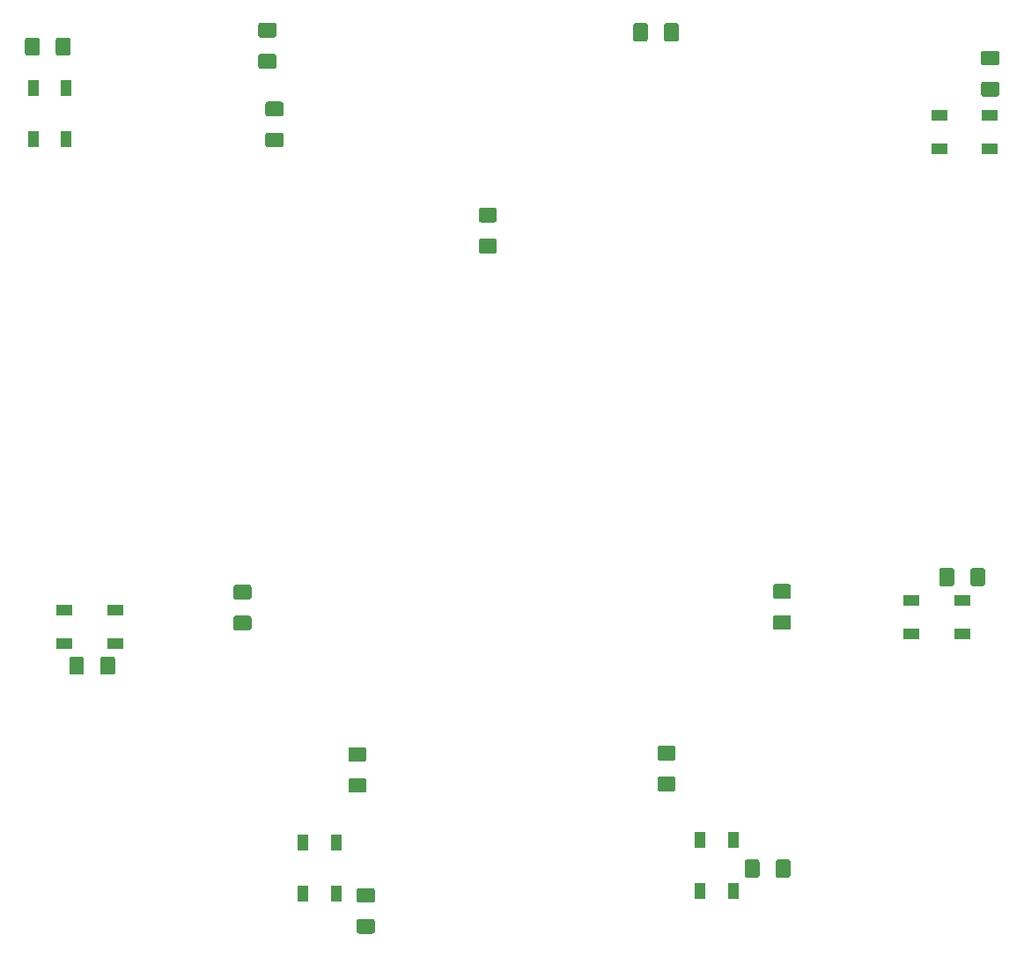
<source format=gbr>
G04 #@! TF.GenerationSoftware,KiCad,Pcbnew,(5.0.0-3-g5ebb6b6)*
G04 #@! TF.CreationDate,2020-04-03T00:44:59-07:00*
G04 #@! TF.ProjectId,mouse_v2,6D6F7573655F76322E6B696361645F70,rev?*
G04 #@! TF.SameCoordinates,Original*
G04 #@! TF.FileFunction,Paste,Bot*
G04 #@! TF.FilePolarity,Positive*
%FSLAX46Y46*%
G04 Gerber Fmt 4.6, Leading zero omitted, Abs format (unit mm)*
G04 Created by KiCad (PCBNEW (5.0.0-3-g5ebb6b6)) date Friday, April 03, 2020 at 12:44:59 AM*
%MOMM*%
%LPD*%
G01*
G04 APERTURE LIST*
%ADD10R,1.500000X1.000000*%
%ADD11R,1.000000X1.500000*%
%ADD12C,0.100000*%
%ADD13C,1.425000*%
G04 APERTURE END LIST*
D10*
G04 #@! TO.C,D6*
X198494480Y-117139520D03*
X198494480Y-113939520D03*
X203394480Y-117139520D03*
X203394480Y-113939520D03*
G04 #@! TD*
G04 #@! TO.C,D7*
X206066560Y-67289880D03*
X206066560Y-70489880D03*
X201166560Y-67289880D03*
X201166560Y-70489880D03*
G04 #@! TD*
D11*
G04 #@! TO.C,D10*
X117243660Y-69597440D03*
X114043660Y-69597440D03*
X117243660Y-64697440D03*
X114043660Y-64697440D03*
G04 #@! TD*
D10*
G04 #@! TO.C,D11*
X117044300Y-118053920D03*
X117044300Y-114853920D03*
X121944300Y-118053920D03*
X121944300Y-114853920D03*
G04 #@! TD*
D12*
G04 #@! TO.C,C1*
G36*
X205372624Y-110817624D02*
X205396893Y-110821224D01*
X205420691Y-110827185D01*
X205443791Y-110835450D01*
X205465969Y-110845940D01*
X205487013Y-110858553D01*
X205506718Y-110873167D01*
X205524897Y-110889643D01*
X205541373Y-110907822D01*
X205555987Y-110927527D01*
X205568600Y-110948571D01*
X205579090Y-110970749D01*
X205587355Y-110993849D01*
X205593316Y-111017647D01*
X205596916Y-111041916D01*
X205598120Y-111066420D01*
X205598120Y-112316420D01*
X205596916Y-112340924D01*
X205593316Y-112365193D01*
X205587355Y-112388991D01*
X205579090Y-112412091D01*
X205568600Y-112434269D01*
X205555987Y-112455313D01*
X205541373Y-112475018D01*
X205524897Y-112493197D01*
X205506718Y-112509673D01*
X205487013Y-112524287D01*
X205465969Y-112536900D01*
X205443791Y-112547390D01*
X205420691Y-112555655D01*
X205396893Y-112561616D01*
X205372624Y-112565216D01*
X205348120Y-112566420D01*
X204423120Y-112566420D01*
X204398616Y-112565216D01*
X204374347Y-112561616D01*
X204350549Y-112555655D01*
X204327449Y-112547390D01*
X204305271Y-112536900D01*
X204284227Y-112524287D01*
X204264522Y-112509673D01*
X204246343Y-112493197D01*
X204229867Y-112475018D01*
X204215253Y-112455313D01*
X204202640Y-112434269D01*
X204192150Y-112412091D01*
X204183885Y-112388991D01*
X204177924Y-112365193D01*
X204174324Y-112340924D01*
X204173120Y-112316420D01*
X204173120Y-111066420D01*
X204174324Y-111041916D01*
X204177924Y-111017647D01*
X204183885Y-110993849D01*
X204192150Y-110970749D01*
X204202640Y-110948571D01*
X204215253Y-110927527D01*
X204229867Y-110907822D01*
X204246343Y-110889643D01*
X204264522Y-110873167D01*
X204284227Y-110858553D01*
X204305271Y-110845940D01*
X204327449Y-110835450D01*
X204350549Y-110827185D01*
X204374347Y-110821224D01*
X204398616Y-110817624D01*
X204423120Y-110816420D01*
X205348120Y-110816420D01*
X205372624Y-110817624D01*
X205372624Y-110817624D01*
G37*
D13*
X204885620Y-111691420D03*
D12*
G36*
X202397624Y-110817624D02*
X202421893Y-110821224D01*
X202445691Y-110827185D01*
X202468791Y-110835450D01*
X202490969Y-110845940D01*
X202512013Y-110858553D01*
X202531718Y-110873167D01*
X202549897Y-110889643D01*
X202566373Y-110907822D01*
X202580987Y-110927527D01*
X202593600Y-110948571D01*
X202604090Y-110970749D01*
X202612355Y-110993849D01*
X202618316Y-111017647D01*
X202621916Y-111041916D01*
X202623120Y-111066420D01*
X202623120Y-112316420D01*
X202621916Y-112340924D01*
X202618316Y-112365193D01*
X202612355Y-112388991D01*
X202604090Y-112412091D01*
X202593600Y-112434269D01*
X202580987Y-112455313D01*
X202566373Y-112475018D01*
X202549897Y-112493197D01*
X202531718Y-112509673D01*
X202512013Y-112524287D01*
X202490969Y-112536900D01*
X202468791Y-112547390D01*
X202445691Y-112555655D01*
X202421893Y-112561616D01*
X202397624Y-112565216D01*
X202373120Y-112566420D01*
X201448120Y-112566420D01*
X201423616Y-112565216D01*
X201399347Y-112561616D01*
X201375549Y-112555655D01*
X201352449Y-112547390D01*
X201330271Y-112536900D01*
X201309227Y-112524287D01*
X201289522Y-112509673D01*
X201271343Y-112493197D01*
X201254867Y-112475018D01*
X201240253Y-112455313D01*
X201227640Y-112434269D01*
X201217150Y-112412091D01*
X201208885Y-112388991D01*
X201202924Y-112365193D01*
X201199324Y-112340924D01*
X201198120Y-112316420D01*
X201198120Y-111066420D01*
X201199324Y-111041916D01*
X201202924Y-111017647D01*
X201208885Y-110993849D01*
X201217150Y-110970749D01*
X201227640Y-110948571D01*
X201240253Y-110927527D01*
X201254867Y-110907822D01*
X201271343Y-110889643D01*
X201289522Y-110873167D01*
X201309227Y-110858553D01*
X201330271Y-110845940D01*
X201352449Y-110835450D01*
X201375549Y-110827185D01*
X201399347Y-110821224D01*
X201423616Y-110817624D01*
X201448120Y-110816420D01*
X202373120Y-110816420D01*
X202397624Y-110817624D01*
X202397624Y-110817624D01*
G37*
D13*
X201910620Y-111691420D03*
G04 #@! TD*
D12*
G04 #@! TO.C,C2*
G36*
X137911104Y-65974804D02*
X137935373Y-65978404D01*
X137959171Y-65984365D01*
X137982271Y-65992630D01*
X138004449Y-66003120D01*
X138025493Y-66015733D01*
X138045198Y-66030347D01*
X138063377Y-66046823D01*
X138079853Y-66065002D01*
X138094467Y-66084707D01*
X138107080Y-66105751D01*
X138117570Y-66127929D01*
X138125835Y-66151029D01*
X138131796Y-66174827D01*
X138135396Y-66199096D01*
X138136600Y-66223600D01*
X138136600Y-67148600D01*
X138135396Y-67173104D01*
X138131796Y-67197373D01*
X138125835Y-67221171D01*
X138117570Y-67244271D01*
X138107080Y-67266449D01*
X138094467Y-67287493D01*
X138079853Y-67307198D01*
X138063377Y-67325377D01*
X138045198Y-67341853D01*
X138025493Y-67356467D01*
X138004449Y-67369080D01*
X137982271Y-67379570D01*
X137959171Y-67387835D01*
X137935373Y-67393796D01*
X137911104Y-67397396D01*
X137886600Y-67398600D01*
X136636600Y-67398600D01*
X136612096Y-67397396D01*
X136587827Y-67393796D01*
X136564029Y-67387835D01*
X136540929Y-67379570D01*
X136518751Y-67369080D01*
X136497707Y-67356467D01*
X136478002Y-67341853D01*
X136459823Y-67325377D01*
X136443347Y-67307198D01*
X136428733Y-67287493D01*
X136416120Y-67266449D01*
X136405630Y-67244271D01*
X136397365Y-67221171D01*
X136391404Y-67197373D01*
X136387804Y-67173104D01*
X136386600Y-67148600D01*
X136386600Y-66223600D01*
X136387804Y-66199096D01*
X136391404Y-66174827D01*
X136397365Y-66151029D01*
X136405630Y-66127929D01*
X136416120Y-66105751D01*
X136428733Y-66084707D01*
X136443347Y-66065002D01*
X136459823Y-66046823D01*
X136478002Y-66030347D01*
X136497707Y-66015733D01*
X136518751Y-66003120D01*
X136540929Y-65992630D01*
X136564029Y-65984365D01*
X136587827Y-65978404D01*
X136612096Y-65974804D01*
X136636600Y-65973600D01*
X137886600Y-65973600D01*
X137911104Y-65974804D01*
X137911104Y-65974804D01*
G37*
D13*
X137261600Y-66686100D03*
D12*
G36*
X137911104Y-68949804D02*
X137935373Y-68953404D01*
X137959171Y-68959365D01*
X137982271Y-68967630D01*
X138004449Y-68978120D01*
X138025493Y-68990733D01*
X138045198Y-69005347D01*
X138063377Y-69021823D01*
X138079853Y-69040002D01*
X138094467Y-69059707D01*
X138107080Y-69080751D01*
X138117570Y-69102929D01*
X138125835Y-69126029D01*
X138131796Y-69149827D01*
X138135396Y-69174096D01*
X138136600Y-69198600D01*
X138136600Y-70123600D01*
X138135396Y-70148104D01*
X138131796Y-70172373D01*
X138125835Y-70196171D01*
X138117570Y-70219271D01*
X138107080Y-70241449D01*
X138094467Y-70262493D01*
X138079853Y-70282198D01*
X138063377Y-70300377D01*
X138045198Y-70316853D01*
X138025493Y-70331467D01*
X138004449Y-70344080D01*
X137982271Y-70354570D01*
X137959171Y-70362835D01*
X137935373Y-70368796D01*
X137911104Y-70372396D01*
X137886600Y-70373600D01*
X136636600Y-70373600D01*
X136612096Y-70372396D01*
X136587827Y-70368796D01*
X136564029Y-70362835D01*
X136540929Y-70354570D01*
X136518751Y-70344080D01*
X136497707Y-70331467D01*
X136478002Y-70316853D01*
X136459823Y-70300377D01*
X136443347Y-70282198D01*
X136428733Y-70262493D01*
X136416120Y-70241449D01*
X136405630Y-70219271D01*
X136397365Y-70196171D01*
X136391404Y-70172373D01*
X136387804Y-70148104D01*
X136386600Y-70123600D01*
X136386600Y-69198600D01*
X136387804Y-69174096D01*
X136391404Y-69149827D01*
X136397365Y-69126029D01*
X136405630Y-69102929D01*
X136416120Y-69080751D01*
X136428733Y-69059707D01*
X136443347Y-69040002D01*
X136459823Y-69021823D01*
X136478002Y-69005347D01*
X136497707Y-68990733D01*
X136518751Y-68978120D01*
X136540929Y-68967630D01*
X136564029Y-68959365D01*
X136587827Y-68953404D01*
X136612096Y-68949804D01*
X136636600Y-68948600D01*
X137886600Y-68948600D01*
X137911104Y-68949804D01*
X137911104Y-68949804D01*
G37*
D13*
X137261600Y-69661100D03*
G04 #@! TD*
D12*
G04 #@! TO.C,C3*
G36*
X158431764Y-79133604D02*
X158456033Y-79137204D01*
X158479831Y-79143165D01*
X158502931Y-79151430D01*
X158525109Y-79161920D01*
X158546153Y-79174533D01*
X158565858Y-79189147D01*
X158584037Y-79205623D01*
X158600513Y-79223802D01*
X158615127Y-79243507D01*
X158627740Y-79264551D01*
X158638230Y-79286729D01*
X158646495Y-79309829D01*
X158652456Y-79333627D01*
X158656056Y-79357896D01*
X158657260Y-79382400D01*
X158657260Y-80307400D01*
X158656056Y-80331904D01*
X158652456Y-80356173D01*
X158646495Y-80379971D01*
X158638230Y-80403071D01*
X158627740Y-80425249D01*
X158615127Y-80446293D01*
X158600513Y-80465998D01*
X158584037Y-80484177D01*
X158565858Y-80500653D01*
X158546153Y-80515267D01*
X158525109Y-80527880D01*
X158502931Y-80538370D01*
X158479831Y-80546635D01*
X158456033Y-80552596D01*
X158431764Y-80556196D01*
X158407260Y-80557400D01*
X157157260Y-80557400D01*
X157132756Y-80556196D01*
X157108487Y-80552596D01*
X157084689Y-80546635D01*
X157061589Y-80538370D01*
X157039411Y-80527880D01*
X157018367Y-80515267D01*
X156998662Y-80500653D01*
X156980483Y-80484177D01*
X156964007Y-80465998D01*
X156949393Y-80446293D01*
X156936780Y-80425249D01*
X156926290Y-80403071D01*
X156918025Y-80379971D01*
X156912064Y-80356173D01*
X156908464Y-80331904D01*
X156907260Y-80307400D01*
X156907260Y-79382400D01*
X156908464Y-79357896D01*
X156912064Y-79333627D01*
X156918025Y-79309829D01*
X156926290Y-79286729D01*
X156936780Y-79264551D01*
X156949393Y-79243507D01*
X156964007Y-79223802D01*
X156980483Y-79205623D01*
X156998662Y-79189147D01*
X157018367Y-79174533D01*
X157039411Y-79161920D01*
X157061589Y-79151430D01*
X157084689Y-79143165D01*
X157108487Y-79137204D01*
X157132756Y-79133604D01*
X157157260Y-79132400D01*
X158407260Y-79132400D01*
X158431764Y-79133604D01*
X158431764Y-79133604D01*
G37*
D13*
X157782260Y-79844900D03*
D12*
G36*
X158431764Y-76158604D02*
X158456033Y-76162204D01*
X158479831Y-76168165D01*
X158502931Y-76176430D01*
X158525109Y-76186920D01*
X158546153Y-76199533D01*
X158565858Y-76214147D01*
X158584037Y-76230623D01*
X158600513Y-76248802D01*
X158615127Y-76268507D01*
X158627740Y-76289551D01*
X158638230Y-76311729D01*
X158646495Y-76334829D01*
X158652456Y-76358627D01*
X158656056Y-76382896D01*
X158657260Y-76407400D01*
X158657260Y-77332400D01*
X158656056Y-77356904D01*
X158652456Y-77381173D01*
X158646495Y-77404971D01*
X158638230Y-77428071D01*
X158627740Y-77450249D01*
X158615127Y-77471293D01*
X158600513Y-77490998D01*
X158584037Y-77509177D01*
X158565858Y-77525653D01*
X158546153Y-77540267D01*
X158525109Y-77552880D01*
X158502931Y-77563370D01*
X158479831Y-77571635D01*
X158456033Y-77577596D01*
X158431764Y-77581196D01*
X158407260Y-77582400D01*
X157157260Y-77582400D01*
X157132756Y-77581196D01*
X157108487Y-77577596D01*
X157084689Y-77571635D01*
X157061589Y-77563370D01*
X157039411Y-77552880D01*
X157018367Y-77540267D01*
X156998662Y-77525653D01*
X156980483Y-77509177D01*
X156964007Y-77490998D01*
X156949393Y-77471293D01*
X156936780Y-77450249D01*
X156926290Y-77428071D01*
X156918025Y-77404971D01*
X156912064Y-77381173D01*
X156908464Y-77356904D01*
X156907260Y-77332400D01*
X156907260Y-76407400D01*
X156908464Y-76382896D01*
X156912064Y-76358627D01*
X156918025Y-76334829D01*
X156926290Y-76311729D01*
X156936780Y-76289551D01*
X156949393Y-76268507D01*
X156964007Y-76248802D01*
X156980483Y-76230623D01*
X156998662Y-76214147D01*
X157018367Y-76199533D01*
X157039411Y-76186920D01*
X157061589Y-76176430D01*
X157084689Y-76168165D01*
X157108487Y-76162204D01*
X157132756Y-76158604D01*
X157157260Y-76157400D01*
X158407260Y-76157400D01*
X158431764Y-76158604D01*
X158431764Y-76158604D01*
G37*
D13*
X157782260Y-76869900D03*
G04 #@! TD*
D12*
G04 #@! TO.C,C4*
G36*
X206732404Y-61077684D02*
X206756673Y-61081284D01*
X206780471Y-61087245D01*
X206803571Y-61095510D01*
X206825749Y-61106000D01*
X206846793Y-61118613D01*
X206866498Y-61133227D01*
X206884677Y-61149703D01*
X206901153Y-61167882D01*
X206915767Y-61187587D01*
X206928380Y-61208631D01*
X206938870Y-61230809D01*
X206947135Y-61253909D01*
X206953096Y-61277707D01*
X206956696Y-61301976D01*
X206957900Y-61326480D01*
X206957900Y-62251480D01*
X206956696Y-62275984D01*
X206953096Y-62300253D01*
X206947135Y-62324051D01*
X206938870Y-62347151D01*
X206928380Y-62369329D01*
X206915767Y-62390373D01*
X206901153Y-62410078D01*
X206884677Y-62428257D01*
X206866498Y-62444733D01*
X206846793Y-62459347D01*
X206825749Y-62471960D01*
X206803571Y-62482450D01*
X206780471Y-62490715D01*
X206756673Y-62496676D01*
X206732404Y-62500276D01*
X206707900Y-62501480D01*
X205457900Y-62501480D01*
X205433396Y-62500276D01*
X205409127Y-62496676D01*
X205385329Y-62490715D01*
X205362229Y-62482450D01*
X205340051Y-62471960D01*
X205319007Y-62459347D01*
X205299302Y-62444733D01*
X205281123Y-62428257D01*
X205264647Y-62410078D01*
X205250033Y-62390373D01*
X205237420Y-62369329D01*
X205226930Y-62347151D01*
X205218665Y-62324051D01*
X205212704Y-62300253D01*
X205209104Y-62275984D01*
X205207900Y-62251480D01*
X205207900Y-61326480D01*
X205209104Y-61301976D01*
X205212704Y-61277707D01*
X205218665Y-61253909D01*
X205226930Y-61230809D01*
X205237420Y-61208631D01*
X205250033Y-61187587D01*
X205264647Y-61167882D01*
X205281123Y-61149703D01*
X205299302Y-61133227D01*
X205319007Y-61118613D01*
X205340051Y-61106000D01*
X205362229Y-61095510D01*
X205385329Y-61087245D01*
X205409127Y-61081284D01*
X205433396Y-61077684D01*
X205457900Y-61076480D01*
X206707900Y-61076480D01*
X206732404Y-61077684D01*
X206732404Y-61077684D01*
G37*
D13*
X206082900Y-61788980D03*
D12*
G36*
X206732404Y-64052684D02*
X206756673Y-64056284D01*
X206780471Y-64062245D01*
X206803571Y-64070510D01*
X206825749Y-64081000D01*
X206846793Y-64093613D01*
X206866498Y-64108227D01*
X206884677Y-64124703D01*
X206901153Y-64142882D01*
X206915767Y-64162587D01*
X206928380Y-64183631D01*
X206938870Y-64205809D01*
X206947135Y-64228909D01*
X206953096Y-64252707D01*
X206956696Y-64276976D01*
X206957900Y-64301480D01*
X206957900Y-65226480D01*
X206956696Y-65250984D01*
X206953096Y-65275253D01*
X206947135Y-65299051D01*
X206938870Y-65322151D01*
X206928380Y-65344329D01*
X206915767Y-65365373D01*
X206901153Y-65385078D01*
X206884677Y-65403257D01*
X206866498Y-65419733D01*
X206846793Y-65434347D01*
X206825749Y-65446960D01*
X206803571Y-65457450D01*
X206780471Y-65465715D01*
X206756673Y-65471676D01*
X206732404Y-65475276D01*
X206707900Y-65476480D01*
X205457900Y-65476480D01*
X205433396Y-65475276D01*
X205409127Y-65471676D01*
X205385329Y-65465715D01*
X205362229Y-65457450D01*
X205340051Y-65446960D01*
X205319007Y-65434347D01*
X205299302Y-65419733D01*
X205281123Y-65403257D01*
X205264647Y-65385078D01*
X205250033Y-65365373D01*
X205237420Y-65344329D01*
X205226930Y-65322151D01*
X205218665Y-65299051D01*
X205212704Y-65275253D01*
X205209104Y-65250984D01*
X205207900Y-65226480D01*
X205207900Y-64301480D01*
X205209104Y-64276976D01*
X205212704Y-64252707D01*
X205218665Y-64228909D01*
X205226930Y-64205809D01*
X205237420Y-64183631D01*
X205250033Y-64162587D01*
X205264647Y-64142882D01*
X205281123Y-64124703D01*
X205299302Y-64108227D01*
X205319007Y-64093613D01*
X205340051Y-64081000D01*
X205362229Y-64070510D01*
X205385329Y-64062245D01*
X205409127Y-64056284D01*
X205433396Y-64052684D01*
X205457900Y-64051480D01*
X206707900Y-64051480D01*
X206732404Y-64052684D01*
X206732404Y-64052684D01*
G37*
D13*
X206082900Y-64763980D03*
G04 #@! TD*
D12*
G04 #@! TO.C,C7*
G36*
X114462824Y-59801724D02*
X114487093Y-59805324D01*
X114510891Y-59811285D01*
X114533991Y-59819550D01*
X114556169Y-59830040D01*
X114577213Y-59842653D01*
X114596918Y-59857267D01*
X114615097Y-59873743D01*
X114631573Y-59891922D01*
X114646187Y-59911627D01*
X114658800Y-59932671D01*
X114669290Y-59954849D01*
X114677555Y-59977949D01*
X114683516Y-60001747D01*
X114687116Y-60026016D01*
X114688320Y-60050520D01*
X114688320Y-61300520D01*
X114687116Y-61325024D01*
X114683516Y-61349293D01*
X114677555Y-61373091D01*
X114669290Y-61396191D01*
X114658800Y-61418369D01*
X114646187Y-61439413D01*
X114631573Y-61459118D01*
X114615097Y-61477297D01*
X114596918Y-61493773D01*
X114577213Y-61508387D01*
X114556169Y-61521000D01*
X114533991Y-61531490D01*
X114510891Y-61539755D01*
X114487093Y-61545716D01*
X114462824Y-61549316D01*
X114438320Y-61550520D01*
X113513320Y-61550520D01*
X113488816Y-61549316D01*
X113464547Y-61545716D01*
X113440749Y-61539755D01*
X113417649Y-61531490D01*
X113395471Y-61521000D01*
X113374427Y-61508387D01*
X113354722Y-61493773D01*
X113336543Y-61477297D01*
X113320067Y-61459118D01*
X113305453Y-61439413D01*
X113292840Y-61418369D01*
X113282350Y-61396191D01*
X113274085Y-61373091D01*
X113268124Y-61349293D01*
X113264524Y-61325024D01*
X113263320Y-61300520D01*
X113263320Y-60050520D01*
X113264524Y-60026016D01*
X113268124Y-60001747D01*
X113274085Y-59977949D01*
X113282350Y-59954849D01*
X113292840Y-59932671D01*
X113305453Y-59911627D01*
X113320067Y-59891922D01*
X113336543Y-59873743D01*
X113354722Y-59857267D01*
X113374427Y-59842653D01*
X113395471Y-59830040D01*
X113417649Y-59819550D01*
X113440749Y-59811285D01*
X113464547Y-59805324D01*
X113488816Y-59801724D01*
X113513320Y-59800520D01*
X114438320Y-59800520D01*
X114462824Y-59801724D01*
X114462824Y-59801724D01*
G37*
D13*
X113975820Y-60675520D03*
D12*
G36*
X117437824Y-59801724D02*
X117462093Y-59805324D01*
X117485891Y-59811285D01*
X117508991Y-59819550D01*
X117531169Y-59830040D01*
X117552213Y-59842653D01*
X117571918Y-59857267D01*
X117590097Y-59873743D01*
X117606573Y-59891922D01*
X117621187Y-59911627D01*
X117633800Y-59932671D01*
X117644290Y-59954849D01*
X117652555Y-59977949D01*
X117658516Y-60001747D01*
X117662116Y-60026016D01*
X117663320Y-60050520D01*
X117663320Y-61300520D01*
X117662116Y-61325024D01*
X117658516Y-61349293D01*
X117652555Y-61373091D01*
X117644290Y-61396191D01*
X117633800Y-61418369D01*
X117621187Y-61439413D01*
X117606573Y-61459118D01*
X117590097Y-61477297D01*
X117571918Y-61493773D01*
X117552213Y-61508387D01*
X117531169Y-61521000D01*
X117508991Y-61531490D01*
X117485891Y-61539755D01*
X117462093Y-61545716D01*
X117437824Y-61549316D01*
X117413320Y-61550520D01*
X116488320Y-61550520D01*
X116463816Y-61549316D01*
X116439547Y-61545716D01*
X116415749Y-61539755D01*
X116392649Y-61531490D01*
X116370471Y-61521000D01*
X116349427Y-61508387D01*
X116329722Y-61493773D01*
X116311543Y-61477297D01*
X116295067Y-61459118D01*
X116280453Y-61439413D01*
X116267840Y-61418369D01*
X116257350Y-61396191D01*
X116249085Y-61373091D01*
X116243124Y-61349293D01*
X116239524Y-61325024D01*
X116238320Y-61300520D01*
X116238320Y-60050520D01*
X116239524Y-60026016D01*
X116243124Y-60001747D01*
X116249085Y-59977949D01*
X116257350Y-59954849D01*
X116267840Y-59932671D01*
X116280453Y-59911627D01*
X116295067Y-59891922D01*
X116311543Y-59873743D01*
X116329722Y-59857267D01*
X116349427Y-59842653D01*
X116370471Y-59830040D01*
X116392649Y-59819550D01*
X116415749Y-59811285D01*
X116439547Y-59805324D01*
X116463816Y-59801724D01*
X116488320Y-59800520D01*
X117413320Y-59800520D01*
X117437824Y-59801724D01*
X117437824Y-59801724D01*
G37*
D13*
X116950820Y-60675520D03*
G04 #@! TD*
D12*
G04 #@! TO.C,C8*
G36*
X118727484Y-119339324D02*
X118751753Y-119342924D01*
X118775551Y-119348885D01*
X118798651Y-119357150D01*
X118820829Y-119367640D01*
X118841873Y-119380253D01*
X118861578Y-119394867D01*
X118879757Y-119411343D01*
X118896233Y-119429522D01*
X118910847Y-119449227D01*
X118923460Y-119470271D01*
X118933950Y-119492449D01*
X118942215Y-119515549D01*
X118948176Y-119539347D01*
X118951776Y-119563616D01*
X118952980Y-119588120D01*
X118952980Y-120838120D01*
X118951776Y-120862624D01*
X118948176Y-120886893D01*
X118942215Y-120910691D01*
X118933950Y-120933791D01*
X118923460Y-120955969D01*
X118910847Y-120977013D01*
X118896233Y-120996718D01*
X118879757Y-121014897D01*
X118861578Y-121031373D01*
X118841873Y-121045987D01*
X118820829Y-121058600D01*
X118798651Y-121069090D01*
X118775551Y-121077355D01*
X118751753Y-121083316D01*
X118727484Y-121086916D01*
X118702980Y-121088120D01*
X117777980Y-121088120D01*
X117753476Y-121086916D01*
X117729207Y-121083316D01*
X117705409Y-121077355D01*
X117682309Y-121069090D01*
X117660131Y-121058600D01*
X117639087Y-121045987D01*
X117619382Y-121031373D01*
X117601203Y-121014897D01*
X117584727Y-120996718D01*
X117570113Y-120977013D01*
X117557500Y-120955969D01*
X117547010Y-120933791D01*
X117538745Y-120910691D01*
X117532784Y-120886893D01*
X117529184Y-120862624D01*
X117527980Y-120838120D01*
X117527980Y-119588120D01*
X117529184Y-119563616D01*
X117532784Y-119539347D01*
X117538745Y-119515549D01*
X117547010Y-119492449D01*
X117557500Y-119470271D01*
X117570113Y-119449227D01*
X117584727Y-119429522D01*
X117601203Y-119411343D01*
X117619382Y-119394867D01*
X117639087Y-119380253D01*
X117660131Y-119367640D01*
X117682309Y-119357150D01*
X117705409Y-119348885D01*
X117729207Y-119342924D01*
X117753476Y-119339324D01*
X117777980Y-119338120D01*
X118702980Y-119338120D01*
X118727484Y-119339324D01*
X118727484Y-119339324D01*
G37*
D13*
X118240480Y-120213120D03*
D12*
G36*
X121702484Y-119339324D02*
X121726753Y-119342924D01*
X121750551Y-119348885D01*
X121773651Y-119357150D01*
X121795829Y-119367640D01*
X121816873Y-119380253D01*
X121836578Y-119394867D01*
X121854757Y-119411343D01*
X121871233Y-119429522D01*
X121885847Y-119449227D01*
X121898460Y-119470271D01*
X121908950Y-119492449D01*
X121917215Y-119515549D01*
X121923176Y-119539347D01*
X121926776Y-119563616D01*
X121927980Y-119588120D01*
X121927980Y-120838120D01*
X121926776Y-120862624D01*
X121923176Y-120886893D01*
X121917215Y-120910691D01*
X121908950Y-120933791D01*
X121898460Y-120955969D01*
X121885847Y-120977013D01*
X121871233Y-120996718D01*
X121854757Y-121014897D01*
X121836578Y-121031373D01*
X121816873Y-121045987D01*
X121795829Y-121058600D01*
X121773651Y-121069090D01*
X121750551Y-121077355D01*
X121726753Y-121083316D01*
X121702484Y-121086916D01*
X121677980Y-121088120D01*
X120752980Y-121088120D01*
X120728476Y-121086916D01*
X120704207Y-121083316D01*
X120680409Y-121077355D01*
X120657309Y-121069090D01*
X120635131Y-121058600D01*
X120614087Y-121045987D01*
X120594382Y-121031373D01*
X120576203Y-121014897D01*
X120559727Y-120996718D01*
X120545113Y-120977013D01*
X120532500Y-120955969D01*
X120522010Y-120933791D01*
X120513745Y-120910691D01*
X120507784Y-120886893D01*
X120504184Y-120862624D01*
X120502980Y-120838120D01*
X120502980Y-119588120D01*
X120504184Y-119563616D01*
X120507784Y-119539347D01*
X120513745Y-119515549D01*
X120522010Y-119492449D01*
X120532500Y-119470271D01*
X120545113Y-119449227D01*
X120559727Y-119429522D01*
X120576203Y-119411343D01*
X120594382Y-119394867D01*
X120614087Y-119380253D01*
X120635131Y-119367640D01*
X120657309Y-119357150D01*
X120680409Y-119348885D01*
X120704207Y-119342924D01*
X120728476Y-119339324D01*
X120752980Y-119338120D01*
X121677980Y-119338120D01*
X121702484Y-119339324D01*
X121702484Y-119339324D01*
G37*
D13*
X121215480Y-120213120D03*
G04 #@! TD*
D12*
G04 #@! TO.C,C10*
G36*
X172938704Y-58427584D02*
X172962973Y-58431184D01*
X172986771Y-58437145D01*
X173009871Y-58445410D01*
X173032049Y-58455900D01*
X173053093Y-58468513D01*
X173072798Y-58483127D01*
X173090977Y-58499603D01*
X173107453Y-58517782D01*
X173122067Y-58537487D01*
X173134680Y-58558531D01*
X173145170Y-58580709D01*
X173153435Y-58603809D01*
X173159396Y-58627607D01*
X173162996Y-58651876D01*
X173164200Y-58676380D01*
X173164200Y-59926380D01*
X173162996Y-59950884D01*
X173159396Y-59975153D01*
X173153435Y-59998951D01*
X173145170Y-60022051D01*
X173134680Y-60044229D01*
X173122067Y-60065273D01*
X173107453Y-60084978D01*
X173090977Y-60103157D01*
X173072798Y-60119633D01*
X173053093Y-60134247D01*
X173032049Y-60146860D01*
X173009871Y-60157350D01*
X172986771Y-60165615D01*
X172962973Y-60171576D01*
X172938704Y-60175176D01*
X172914200Y-60176380D01*
X171989200Y-60176380D01*
X171964696Y-60175176D01*
X171940427Y-60171576D01*
X171916629Y-60165615D01*
X171893529Y-60157350D01*
X171871351Y-60146860D01*
X171850307Y-60134247D01*
X171830602Y-60119633D01*
X171812423Y-60103157D01*
X171795947Y-60084978D01*
X171781333Y-60065273D01*
X171768720Y-60044229D01*
X171758230Y-60022051D01*
X171749965Y-59998951D01*
X171744004Y-59975153D01*
X171740404Y-59950884D01*
X171739200Y-59926380D01*
X171739200Y-58676380D01*
X171740404Y-58651876D01*
X171744004Y-58627607D01*
X171749965Y-58603809D01*
X171758230Y-58580709D01*
X171768720Y-58558531D01*
X171781333Y-58537487D01*
X171795947Y-58517782D01*
X171812423Y-58499603D01*
X171830602Y-58483127D01*
X171850307Y-58468513D01*
X171871351Y-58455900D01*
X171893529Y-58445410D01*
X171916629Y-58437145D01*
X171940427Y-58431184D01*
X171964696Y-58427584D01*
X171989200Y-58426380D01*
X172914200Y-58426380D01*
X172938704Y-58427584D01*
X172938704Y-58427584D01*
G37*
D13*
X172451700Y-59301380D03*
D12*
G36*
X175913704Y-58427584D02*
X175937973Y-58431184D01*
X175961771Y-58437145D01*
X175984871Y-58445410D01*
X176007049Y-58455900D01*
X176028093Y-58468513D01*
X176047798Y-58483127D01*
X176065977Y-58499603D01*
X176082453Y-58517782D01*
X176097067Y-58537487D01*
X176109680Y-58558531D01*
X176120170Y-58580709D01*
X176128435Y-58603809D01*
X176134396Y-58627607D01*
X176137996Y-58651876D01*
X176139200Y-58676380D01*
X176139200Y-59926380D01*
X176137996Y-59950884D01*
X176134396Y-59975153D01*
X176128435Y-59998951D01*
X176120170Y-60022051D01*
X176109680Y-60044229D01*
X176097067Y-60065273D01*
X176082453Y-60084978D01*
X176065977Y-60103157D01*
X176047798Y-60119633D01*
X176028093Y-60134247D01*
X176007049Y-60146860D01*
X175984871Y-60157350D01*
X175961771Y-60165615D01*
X175937973Y-60171576D01*
X175913704Y-60175176D01*
X175889200Y-60176380D01*
X174964200Y-60176380D01*
X174939696Y-60175176D01*
X174915427Y-60171576D01*
X174891629Y-60165615D01*
X174868529Y-60157350D01*
X174846351Y-60146860D01*
X174825307Y-60134247D01*
X174805602Y-60119633D01*
X174787423Y-60103157D01*
X174770947Y-60084978D01*
X174756333Y-60065273D01*
X174743720Y-60044229D01*
X174733230Y-60022051D01*
X174724965Y-59998951D01*
X174719004Y-59975153D01*
X174715404Y-59950884D01*
X174714200Y-59926380D01*
X174714200Y-58676380D01*
X174715404Y-58651876D01*
X174719004Y-58627607D01*
X174724965Y-58603809D01*
X174733230Y-58580709D01*
X174743720Y-58558531D01*
X174756333Y-58537487D01*
X174770947Y-58517782D01*
X174787423Y-58499603D01*
X174805602Y-58483127D01*
X174825307Y-58468513D01*
X174846351Y-58455900D01*
X174868529Y-58445410D01*
X174891629Y-58437145D01*
X174915427Y-58431184D01*
X174939696Y-58427584D01*
X174964200Y-58426380D01*
X175889200Y-58426380D01*
X175913704Y-58427584D01*
X175913704Y-58427584D01*
G37*
D13*
X175426700Y-59301380D03*
G04 #@! TD*
D12*
G04 #@! TO.C,C11*
G36*
X146679184Y-144560524D02*
X146703453Y-144564124D01*
X146727251Y-144570085D01*
X146750351Y-144578350D01*
X146772529Y-144588840D01*
X146793573Y-144601453D01*
X146813278Y-144616067D01*
X146831457Y-144632543D01*
X146847933Y-144650722D01*
X146862547Y-144670427D01*
X146875160Y-144691471D01*
X146885650Y-144713649D01*
X146893915Y-144736749D01*
X146899876Y-144760547D01*
X146903476Y-144784816D01*
X146904680Y-144809320D01*
X146904680Y-145734320D01*
X146903476Y-145758824D01*
X146899876Y-145783093D01*
X146893915Y-145806891D01*
X146885650Y-145829991D01*
X146875160Y-145852169D01*
X146862547Y-145873213D01*
X146847933Y-145892918D01*
X146831457Y-145911097D01*
X146813278Y-145927573D01*
X146793573Y-145942187D01*
X146772529Y-145954800D01*
X146750351Y-145965290D01*
X146727251Y-145973555D01*
X146703453Y-145979516D01*
X146679184Y-145983116D01*
X146654680Y-145984320D01*
X145404680Y-145984320D01*
X145380176Y-145983116D01*
X145355907Y-145979516D01*
X145332109Y-145973555D01*
X145309009Y-145965290D01*
X145286831Y-145954800D01*
X145265787Y-145942187D01*
X145246082Y-145927573D01*
X145227903Y-145911097D01*
X145211427Y-145892918D01*
X145196813Y-145873213D01*
X145184200Y-145852169D01*
X145173710Y-145829991D01*
X145165445Y-145806891D01*
X145159484Y-145783093D01*
X145155884Y-145758824D01*
X145154680Y-145734320D01*
X145154680Y-144809320D01*
X145155884Y-144784816D01*
X145159484Y-144760547D01*
X145165445Y-144736749D01*
X145173710Y-144713649D01*
X145184200Y-144691471D01*
X145196813Y-144670427D01*
X145211427Y-144650722D01*
X145227903Y-144632543D01*
X145246082Y-144616067D01*
X145265787Y-144601453D01*
X145286831Y-144588840D01*
X145309009Y-144578350D01*
X145332109Y-144570085D01*
X145355907Y-144564124D01*
X145380176Y-144560524D01*
X145404680Y-144559320D01*
X146654680Y-144559320D01*
X146679184Y-144560524D01*
X146679184Y-144560524D01*
G37*
D13*
X146029680Y-145271820D03*
D12*
G36*
X146679184Y-141585524D02*
X146703453Y-141589124D01*
X146727251Y-141595085D01*
X146750351Y-141603350D01*
X146772529Y-141613840D01*
X146793573Y-141626453D01*
X146813278Y-141641067D01*
X146831457Y-141657543D01*
X146847933Y-141675722D01*
X146862547Y-141695427D01*
X146875160Y-141716471D01*
X146885650Y-141738649D01*
X146893915Y-141761749D01*
X146899876Y-141785547D01*
X146903476Y-141809816D01*
X146904680Y-141834320D01*
X146904680Y-142759320D01*
X146903476Y-142783824D01*
X146899876Y-142808093D01*
X146893915Y-142831891D01*
X146885650Y-142854991D01*
X146875160Y-142877169D01*
X146862547Y-142898213D01*
X146847933Y-142917918D01*
X146831457Y-142936097D01*
X146813278Y-142952573D01*
X146793573Y-142967187D01*
X146772529Y-142979800D01*
X146750351Y-142990290D01*
X146727251Y-142998555D01*
X146703453Y-143004516D01*
X146679184Y-143008116D01*
X146654680Y-143009320D01*
X145404680Y-143009320D01*
X145380176Y-143008116D01*
X145355907Y-143004516D01*
X145332109Y-142998555D01*
X145309009Y-142990290D01*
X145286831Y-142979800D01*
X145265787Y-142967187D01*
X145246082Y-142952573D01*
X145227903Y-142936097D01*
X145211427Y-142917918D01*
X145196813Y-142898213D01*
X145184200Y-142877169D01*
X145173710Y-142854991D01*
X145165445Y-142831891D01*
X145159484Y-142808093D01*
X145155884Y-142783824D01*
X145154680Y-142759320D01*
X145154680Y-141834320D01*
X145155884Y-141809816D01*
X145159484Y-141785547D01*
X145165445Y-141761749D01*
X145173710Y-141738649D01*
X145184200Y-141716471D01*
X145196813Y-141695427D01*
X145211427Y-141675722D01*
X145227903Y-141657543D01*
X145246082Y-141641067D01*
X145265787Y-141626453D01*
X145286831Y-141613840D01*
X145309009Y-141603350D01*
X145332109Y-141595085D01*
X145355907Y-141589124D01*
X145380176Y-141585524D01*
X145404680Y-141584320D01*
X146654680Y-141584320D01*
X146679184Y-141585524D01*
X146679184Y-141585524D01*
G37*
D13*
X146029680Y-142296820D03*
G04 #@! TD*
D12*
G04 #@! TO.C,C12*
G36*
X183672744Y-138851604D02*
X183697013Y-138855204D01*
X183720811Y-138861165D01*
X183743911Y-138869430D01*
X183766089Y-138879920D01*
X183787133Y-138892533D01*
X183806838Y-138907147D01*
X183825017Y-138923623D01*
X183841493Y-138941802D01*
X183856107Y-138961507D01*
X183868720Y-138982551D01*
X183879210Y-139004729D01*
X183887475Y-139027829D01*
X183893436Y-139051627D01*
X183897036Y-139075896D01*
X183898240Y-139100400D01*
X183898240Y-140350400D01*
X183897036Y-140374904D01*
X183893436Y-140399173D01*
X183887475Y-140422971D01*
X183879210Y-140446071D01*
X183868720Y-140468249D01*
X183856107Y-140489293D01*
X183841493Y-140508998D01*
X183825017Y-140527177D01*
X183806838Y-140543653D01*
X183787133Y-140558267D01*
X183766089Y-140570880D01*
X183743911Y-140581370D01*
X183720811Y-140589635D01*
X183697013Y-140595596D01*
X183672744Y-140599196D01*
X183648240Y-140600400D01*
X182723240Y-140600400D01*
X182698736Y-140599196D01*
X182674467Y-140595596D01*
X182650669Y-140589635D01*
X182627569Y-140581370D01*
X182605391Y-140570880D01*
X182584347Y-140558267D01*
X182564642Y-140543653D01*
X182546463Y-140527177D01*
X182529987Y-140508998D01*
X182515373Y-140489293D01*
X182502760Y-140468249D01*
X182492270Y-140446071D01*
X182484005Y-140422971D01*
X182478044Y-140399173D01*
X182474444Y-140374904D01*
X182473240Y-140350400D01*
X182473240Y-139100400D01*
X182474444Y-139075896D01*
X182478044Y-139051627D01*
X182484005Y-139027829D01*
X182492270Y-139004729D01*
X182502760Y-138982551D01*
X182515373Y-138961507D01*
X182529987Y-138941802D01*
X182546463Y-138923623D01*
X182564642Y-138907147D01*
X182584347Y-138892533D01*
X182605391Y-138879920D01*
X182627569Y-138869430D01*
X182650669Y-138861165D01*
X182674467Y-138855204D01*
X182698736Y-138851604D01*
X182723240Y-138850400D01*
X183648240Y-138850400D01*
X183672744Y-138851604D01*
X183672744Y-138851604D01*
G37*
D13*
X183185740Y-139725400D03*
D12*
G36*
X186647744Y-138851604D02*
X186672013Y-138855204D01*
X186695811Y-138861165D01*
X186718911Y-138869430D01*
X186741089Y-138879920D01*
X186762133Y-138892533D01*
X186781838Y-138907147D01*
X186800017Y-138923623D01*
X186816493Y-138941802D01*
X186831107Y-138961507D01*
X186843720Y-138982551D01*
X186854210Y-139004729D01*
X186862475Y-139027829D01*
X186868436Y-139051627D01*
X186872036Y-139075896D01*
X186873240Y-139100400D01*
X186873240Y-140350400D01*
X186872036Y-140374904D01*
X186868436Y-140399173D01*
X186862475Y-140422971D01*
X186854210Y-140446071D01*
X186843720Y-140468249D01*
X186831107Y-140489293D01*
X186816493Y-140508998D01*
X186800017Y-140527177D01*
X186781838Y-140543653D01*
X186762133Y-140558267D01*
X186741089Y-140570880D01*
X186718911Y-140581370D01*
X186695811Y-140589635D01*
X186672013Y-140595596D01*
X186647744Y-140599196D01*
X186623240Y-140600400D01*
X185698240Y-140600400D01*
X185673736Y-140599196D01*
X185649467Y-140595596D01*
X185625669Y-140589635D01*
X185602569Y-140581370D01*
X185580391Y-140570880D01*
X185559347Y-140558267D01*
X185539642Y-140543653D01*
X185521463Y-140527177D01*
X185504987Y-140508998D01*
X185490373Y-140489293D01*
X185477760Y-140468249D01*
X185467270Y-140446071D01*
X185459005Y-140422971D01*
X185453044Y-140399173D01*
X185449444Y-140374904D01*
X185448240Y-140350400D01*
X185448240Y-139100400D01*
X185449444Y-139075896D01*
X185453044Y-139051627D01*
X185459005Y-139027829D01*
X185467270Y-139004729D01*
X185477760Y-138982551D01*
X185490373Y-138961507D01*
X185504987Y-138941802D01*
X185521463Y-138923623D01*
X185539642Y-138907147D01*
X185559347Y-138892533D01*
X185580391Y-138879920D01*
X185602569Y-138869430D01*
X185625669Y-138861165D01*
X185649467Y-138855204D01*
X185673736Y-138851604D01*
X185698240Y-138850400D01*
X186623240Y-138850400D01*
X186647744Y-138851604D01*
X186647744Y-138851604D01*
G37*
D13*
X186160740Y-139725400D03*
G04 #@! TD*
D11*
G04 #@! TO.C,D4*
X143225320Y-142142380D03*
X140025320Y-142142380D03*
X143225320Y-137242380D03*
X140025320Y-137242380D03*
G04 #@! TD*
G04 #@! TO.C,D5*
X178163420Y-136945200D03*
X181363420Y-136945200D03*
X178163420Y-141845200D03*
X181363420Y-141845200D03*
G04 #@! TD*
D12*
G04 #@! TO.C,R20*
G36*
X137215144Y-58387824D02*
X137239413Y-58391424D01*
X137263211Y-58397385D01*
X137286311Y-58405650D01*
X137308489Y-58416140D01*
X137329533Y-58428753D01*
X137349238Y-58443367D01*
X137367417Y-58459843D01*
X137383893Y-58478022D01*
X137398507Y-58497727D01*
X137411120Y-58518771D01*
X137421610Y-58540949D01*
X137429875Y-58564049D01*
X137435836Y-58587847D01*
X137439436Y-58612116D01*
X137440640Y-58636620D01*
X137440640Y-59561620D01*
X137439436Y-59586124D01*
X137435836Y-59610393D01*
X137429875Y-59634191D01*
X137421610Y-59657291D01*
X137411120Y-59679469D01*
X137398507Y-59700513D01*
X137383893Y-59720218D01*
X137367417Y-59738397D01*
X137349238Y-59754873D01*
X137329533Y-59769487D01*
X137308489Y-59782100D01*
X137286311Y-59792590D01*
X137263211Y-59800855D01*
X137239413Y-59806816D01*
X137215144Y-59810416D01*
X137190640Y-59811620D01*
X135940640Y-59811620D01*
X135916136Y-59810416D01*
X135891867Y-59806816D01*
X135868069Y-59800855D01*
X135844969Y-59792590D01*
X135822791Y-59782100D01*
X135801747Y-59769487D01*
X135782042Y-59754873D01*
X135763863Y-59738397D01*
X135747387Y-59720218D01*
X135732773Y-59700513D01*
X135720160Y-59679469D01*
X135709670Y-59657291D01*
X135701405Y-59634191D01*
X135695444Y-59610393D01*
X135691844Y-59586124D01*
X135690640Y-59561620D01*
X135690640Y-58636620D01*
X135691844Y-58612116D01*
X135695444Y-58587847D01*
X135701405Y-58564049D01*
X135709670Y-58540949D01*
X135720160Y-58518771D01*
X135732773Y-58497727D01*
X135747387Y-58478022D01*
X135763863Y-58459843D01*
X135782042Y-58443367D01*
X135801747Y-58428753D01*
X135822791Y-58416140D01*
X135844969Y-58405650D01*
X135868069Y-58397385D01*
X135891867Y-58391424D01*
X135916136Y-58387824D01*
X135940640Y-58386620D01*
X137190640Y-58386620D01*
X137215144Y-58387824D01*
X137215144Y-58387824D01*
G37*
D13*
X136565640Y-59099120D03*
D12*
G36*
X137215144Y-61362824D02*
X137239413Y-61366424D01*
X137263211Y-61372385D01*
X137286311Y-61380650D01*
X137308489Y-61391140D01*
X137329533Y-61403753D01*
X137349238Y-61418367D01*
X137367417Y-61434843D01*
X137383893Y-61453022D01*
X137398507Y-61472727D01*
X137411120Y-61493771D01*
X137421610Y-61515949D01*
X137429875Y-61539049D01*
X137435836Y-61562847D01*
X137439436Y-61587116D01*
X137440640Y-61611620D01*
X137440640Y-62536620D01*
X137439436Y-62561124D01*
X137435836Y-62585393D01*
X137429875Y-62609191D01*
X137421610Y-62632291D01*
X137411120Y-62654469D01*
X137398507Y-62675513D01*
X137383893Y-62695218D01*
X137367417Y-62713397D01*
X137349238Y-62729873D01*
X137329533Y-62744487D01*
X137308489Y-62757100D01*
X137286311Y-62767590D01*
X137263211Y-62775855D01*
X137239413Y-62781816D01*
X137215144Y-62785416D01*
X137190640Y-62786620D01*
X135940640Y-62786620D01*
X135916136Y-62785416D01*
X135891867Y-62781816D01*
X135868069Y-62775855D01*
X135844969Y-62767590D01*
X135822791Y-62757100D01*
X135801747Y-62744487D01*
X135782042Y-62729873D01*
X135763863Y-62713397D01*
X135747387Y-62695218D01*
X135732773Y-62675513D01*
X135720160Y-62654469D01*
X135709670Y-62632291D01*
X135701405Y-62609191D01*
X135695444Y-62585393D01*
X135691844Y-62561124D01*
X135690640Y-62536620D01*
X135690640Y-61611620D01*
X135691844Y-61587116D01*
X135695444Y-61562847D01*
X135701405Y-61539049D01*
X135709670Y-61515949D01*
X135720160Y-61493771D01*
X135732773Y-61472727D01*
X135747387Y-61453022D01*
X135763863Y-61434843D01*
X135782042Y-61418367D01*
X135801747Y-61403753D01*
X135822791Y-61391140D01*
X135844969Y-61380650D01*
X135868069Y-61372385D01*
X135891867Y-61366424D01*
X135916136Y-61362824D01*
X135940640Y-61361620D01*
X137190640Y-61361620D01*
X137215144Y-61362824D01*
X137215144Y-61362824D01*
G37*
D13*
X136565640Y-62074120D03*
G04 #@! TD*
D12*
G04 #@! TO.C,R1*
G36*
X186707044Y-112370444D02*
X186731313Y-112374044D01*
X186755111Y-112380005D01*
X186778211Y-112388270D01*
X186800389Y-112398760D01*
X186821433Y-112411373D01*
X186841138Y-112425987D01*
X186859317Y-112442463D01*
X186875793Y-112460642D01*
X186890407Y-112480347D01*
X186903020Y-112501391D01*
X186913510Y-112523569D01*
X186921775Y-112546669D01*
X186927736Y-112570467D01*
X186931336Y-112594736D01*
X186932540Y-112619240D01*
X186932540Y-113544240D01*
X186931336Y-113568744D01*
X186927736Y-113593013D01*
X186921775Y-113616811D01*
X186913510Y-113639911D01*
X186903020Y-113662089D01*
X186890407Y-113683133D01*
X186875793Y-113702838D01*
X186859317Y-113721017D01*
X186841138Y-113737493D01*
X186821433Y-113752107D01*
X186800389Y-113764720D01*
X186778211Y-113775210D01*
X186755111Y-113783475D01*
X186731313Y-113789436D01*
X186707044Y-113793036D01*
X186682540Y-113794240D01*
X185432540Y-113794240D01*
X185408036Y-113793036D01*
X185383767Y-113789436D01*
X185359969Y-113783475D01*
X185336869Y-113775210D01*
X185314691Y-113764720D01*
X185293647Y-113752107D01*
X185273942Y-113737493D01*
X185255763Y-113721017D01*
X185239287Y-113702838D01*
X185224673Y-113683133D01*
X185212060Y-113662089D01*
X185201570Y-113639911D01*
X185193305Y-113616811D01*
X185187344Y-113593013D01*
X185183744Y-113568744D01*
X185182540Y-113544240D01*
X185182540Y-112619240D01*
X185183744Y-112594736D01*
X185187344Y-112570467D01*
X185193305Y-112546669D01*
X185201570Y-112523569D01*
X185212060Y-112501391D01*
X185224673Y-112480347D01*
X185239287Y-112460642D01*
X185255763Y-112442463D01*
X185273942Y-112425987D01*
X185293647Y-112411373D01*
X185314691Y-112398760D01*
X185336869Y-112388270D01*
X185359969Y-112380005D01*
X185383767Y-112374044D01*
X185408036Y-112370444D01*
X185432540Y-112369240D01*
X186682540Y-112369240D01*
X186707044Y-112370444D01*
X186707044Y-112370444D01*
G37*
D13*
X186057540Y-113081740D03*
D12*
G36*
X186707044Y-115345444D02*
X186731313Y-115349044D01*
X186755111Y-115355005D01*
X186778211Y-115363270D01*
X186800389Y-115373760D01*
X186821433Y-115386373D01*
X186841138Y-115400987D01*
X186859317Y-115417463D01*
X186875793Y-115435642D01*
X186890407Y-115455347D01*
X186903020Y-115476391D01*
X186913510Y-115498569D01*
X186921775Y-115521669D01*
X186927736Y-115545467D01*
X186931336Y-115569736D01*
X186932540Y-115594240D01*
X186932540Y-116519240D01*
X186931336Y-116543744D01*
X186927736Y-116568013D01*
X186921775Y-116591811D01*
X186913510Y-116614911D01*
X186903020Y-116637089D01*
X186890407Y-116658133D01*
X186875793Y-116677838D01*
X186859317Y-116696017D01*
X186841138Y-116712493D01*
X186821433Y-116727107D01*
X186800389Y-116739720D01*
X186778211Y-116750210D01*
X186755111Y-116758475D01*
X186731313Y-116764436D01*
X186707044Y-116768036D01*
X186682540Y-116769240D01*
X185432540Y-116769240D01*
X185408036Y-116768036D01*
X185383767Y-116764436D01*
X185359969Y-116758475D01*
X185336869Y-116750210D01*
X185314691Y-116739720D01*
X185293647Y-116727107D01*
X185273942Y-116712493D01*
X185255763Y-116696017D01*
X185239287Y-116677838D01*
X185224673Y-116658133D01*
X185212060Y-116637089D01*
X185201570Y-116614911D01*
X185193305Y-116591811D01*
X185187344Y-116568013D01*
X185183744Y-116543744D01*
X185182540Y-116519240D01*
X185182540Y-115594240D01*
X185183744Y-115569736D01*
X185187344Y-115545467D01*
X185193305Y-115521669D01*
X185201570Y-115498569D01*
X185212060Y-115476391D01*
X185224673Y-115455347D01*
X185239287Y-115435642D01*
X185255763Y-115417463D01*
X185273942Y-115400987D01*
X185293647Y-115386373D01*
X185314691Y-115373760D01*
X185336869Y-115363270D01*
X185359969Y-115355005D01*
X185383767Y-115349044D01*
X185408036Y-115345444D01*
X185432540Y-115344240D01*
X186682540Y-115344240D01*
X186707044Y-115345444D01*
X186707044Y-115345444D01*
G37*
D13*
X186057540Y-116056740D03*
G04 #@! TD*
D12*
G04 #@! TO.C,R2*
G36*
X175609784Y-130877544D02*
X175634053Y-130881144D01*
X175657851Y-130887105D01*
X175680951Y-130895370D01*
X175703129Y-130905860D01*
X175724173Y-130918473D01*
X175743878Y-130933087D01*
X175762057Y-130949563D01*
X175778533Y-130967742D01*
X175793147Y-130987447D01*
X175805760Y-131008491D01*
X175816250Y-131030669D01*
X175824515Y-131053769D01*
X175830476Y-131077567D01*
X175834076Y-131101836D01*
X175835280Y-131126340D01*
X175835280Y-132051340D01*
X175834076Y-132075844D01*
X175830476Y-132100113D01*
X175824515Y-132123911D01*
X175816250Y-132147011D01*
X175805760Y-132169189D01*
X175793147Y-132190233D01*
X175778533Y-132209938D01*
X175762057Y-132228117D01*
X175743878Y-132244593D01*
X175724173Y-132259207D01*
X175703129Y-132271820D01*
X175680951Y-132282310D01*
X175657851Y-132290575D01*
X175634053Y-132296536D01*
X175609784Y-132300136D01*
X175585280Y-132301340D01*
X174335280Y-132301340D01*
X174310776Y-132300136D01*
X174286507Y-132296536D01*
X174262709Y-132290575D01*
X174239609Y-132282310D01*
X174217431Y-132271820D01*
X174196387Y-132259207D01*
X174176682Y-132244593D01*
X174158503Y-132228117D01*
X174142027Y-132209938D01*
X174127413Y-132190233D01*
X174114800Y-132169189D01*
X174104310Y-132147011D01*
X174096045Y-132123911D01*
X174090084Y-132100113D01*
X174086484Y-132075844D01*
X174085280Y-132051340D01*
X174085280Y-131126340D01*
X174086484Y-131101836D01*
X174090084Y-131077567D01*
X174096045Y-131053769D01*
X174104310Y-131030669D01*
X174114800Y-131008491D01*
X174127413Y-130987447D01*
X174142027Y-130967742D01*
X174158503Y-130949563D01*
X174176682Y-130933087D01*
X174196387Y-130918473D01*
X174217431Y-130905860D01*
X174239609Y-130895370D01*
X174262709Y-130887105D01*
X174286507Y-130881144D01*
X174310776Y-130877544D01*
X174335280Y-130876340D01*
X175585280Y-130876340D01*
X175609784Y-130877544D01*
X175609784Y-130877544D01*
G37*
D13*
X174960280Y-131588840D03*
D12*
G36*
X175609784Y-127902544D02*
X175634053Y-127906144D01*
X175657851Y-127912105D01*
X175680951Y-127920370D01*
X175703129Y-127930860D01*
X175724173Y-127943473D01*
X175743878Y-127958087D01*
X175762057Y-127974563D01*
X175778533Y-127992742D01*
X175793147Y-128012447D01*
X175805760Y-128033491D01*
X175816250Y-128055669D01*
X175824515Y-128078769D01*
X175830476Y-128102567D01*
X175834076Y-128126836D01*
X175835280Y-128151340D01*
X175835280Y-129076340D01*
X175834076Y-129100844D01*
X175830476Y-129125113D01*
X175824515Y-129148911D01*
X175816250Y-129172011D01*
X175805760Y-129194189D01*
X175793147Y-129215233D01*
X175778533Y-129234938D01*
X175762057Y-129253117D01*
X175743878Y-129269593D01*
X175724173Y-129284207D01*
X175703129Y-129296820D01*
X175680951Y-129307310D01*
X175657851Y-129315575D01*
X175634053Y-129321536D01*
X175609784Y-129325136D01*
X175585280Y-129326340D01*
X174335280Y-129326340D01*
X174310776Y-129325136D01*
X174286507Y-129321536D01*
X174262709Y-129315575D01*
X174239609Y-129307310D01*
X174217431Y-129296820D01*
X174196387Y-129284207D01*
X174176682Y-129269593D01*
X174158503Y-129253117D01*
X174142027Y-129234938D01*
X174127413Y-129215233D01*
X174114800Y-129194189D01*
X174104310Y-129172011D01*
X174096045Y-129148911D01*
X174090084Y-129125113D01*
X174086484Y-129100844D01*
X174085280Y-129076340D01*
X174085280Y-128151340D01*
X174086484Y-128126836D01*
X174090084Y-128102567D01*
X174096045Y-128078769D01*
X174104310Y-128055669D01*
X174114800Y-128033491D01*
X174127413Y-128012447D01*
X174142027Y-127992742D01*
X174158503Y-127974563D01*
X174176682Y-127958087D01*
X174196387Y-127943473D01*
X174217431Y-127930860D01*
X174239609Y-127920370D01*
X174262709Y-127912105D01*
X174286507Y-127906144D01*
X174310776Y-127902544D01*
X174335280Y-127901340D01*
X175585280Y-127901340D01*
X175609784Y-127902544D01*
X175609784Y-127902544D01*
G37*
D13*
X174960280Y-128613840D03*
G04 #@! TD*
D12*
G04 #@! TO.C,R3*
G36*
X134819924Y-115406404D02*
X134844193Y-115410004D01*
X134867991Y-115415965D01*
X134891091Y-115424230D01*
X134913269Y-115434720D01*
X134934313Y-115447333D01*
X134954018Y-115461947D01*
X134972197Y-115478423D01*
X134988673Y-115496602D01*
X135003287Y-115516307D01*
X135015900Y-115537351D01*
X135026390Y-115559529D01*
X135034655Y-115582629D01*
X135040616Y-115606427D01*
X135044216Y-115630696D01*
X135045420Y-115655200D01*
X135045420Y-116580200D01*
X135044216Y-116604704D01*
X135040616Y-116628973D01*
X135034655Y-116652771D01*
X135026390Y-116675871D01*
X135015900Y-116698049D01*
X135003287Y-116719093D01*
X134988673Y-116738798D01*
X134972197Y-116756977D01*
X134954018Y-116773453D01*
X134934313Y-116788067D01*
X134913269Y-116800680D01*
X134891091Y-116811170D01*
X134867991Y-116819435D01*
X134844193Y-116825396D01*
X134819924Y-116828996D01*
X134795420Y-116830200D01*
X133545420Y-116830200D01*
X133520916Y-116828996D01*
X133496647Y-116825396D01*
X133472849Y-116819435D01*
X133449749Y-116811170D01*
X133427571Y-116800680D01*
X133406527Y-116788067D01*
X133386822Y-116773453D01*
X133368643Y-116756977D01*
X133352167Y-116738798D01*
X133337553Y-116719093D01*
X133324940Y-116698049D01*
X133314450Y-116675871D01*
X133306185Y-116652771D01*
X133300224Y-116628973D01*
X133296624Y-116604704D01*
X133295420Y-116580200D01*
X133295420Y-115655200D01*
X133296624Y-115630696D01*
X133300224Y-115606427D01*
X133306185Y-115582629D01*
X133314450Y-115559529D01*
X133324940Y-115537351D01*
X133337553Y-115516307D01*
X133352167Y-115496602D01*
X133368643Y-115478423D01*
X133386822Y-115461947D01*
X133406527Y-115447333D01*
X133427571Y-115434720D01*
X133449749Y-115424230D01*
X133472849Y-115415965D01*
X133496647Y-115410004D01*
X133520916Y-115406404D01*
X133545420Y-115405200D01*
X134795420Y-115405200D01*
X134819924Y-115406404D01*
X134819924Y-115406404D01*
G37*
D13*
X134170420Y-116117700D03*
D12*
G36*
X134819924Y-112431404D02*
X134844193Y-112435004D01*
X134867991Y-112440965D01*
X134891091Y-112449230D01*
X134913269Y-112459720D01*
X134934313Y-112472333D01*
X134954018Y-112486947D01*
X134972197Y-112503423D01*
X134988673Y-112521602D01*
X135003287Y-112541307D01*
X135015900Y-112562351D01*
X135026390Y-112584529D01*
X135034655Y-112607629D01*
X135040616Y-112631427D01*
X135044216Y-112655696D01*
X135045420Y-112680200D01*
X135045420Y-113605200D01*
X135044216Y-113629704D01*
X135040616Y-113653973D01*
X135034655Y-113677771D01*
X135026390Y-113700871D01*
X135015900Y-113723049D01*
X135003287Y-113744093D01*
X134988673Y-113763798D01*
X134972197Y-113781977D01*
X134954018Y-113798453D01*
X134934313Y-113813067D01*
X134913269Y-113825680D01*
X134891091Y-113836170D01*
X134867991Y-113844435D01*
X134844193Y-113850396D01*
X134819924Y-113853996D01*
X134795420Y-113855200D01*
X133545420Y-113855200D01*
X133520916Y-113853996D01*
X133496647Y-113850396D01*
X133472849Y-113844435D01*
X133449749Y-113836170D01*
X133427571Y-113825680D01*
X133406527Y-113813067D01*
X133386822Y-113798453D01*
X133368643Y-113781977D01*
X133352167Y-113763798D01*
X133337553Y-113744093D01*
X133324940Y-113723049D01*
X133314450Y-113700871D01*
X133306185Y-113677771D01*
X133300224Y-113653973D01*
X133296624Y-113629704D01*
X133295420Y-113605200D01*
X133295420Y-112680200D01*
X133296624Y-112655696D01*
X133300224Y-112631427D01*
X133306185Y-112607629D01*
X133314450Y-112584529D01*
X133324940Y-112562351D01*
X133337553Y-112541307D01*
X133352167Y-112521602D01*
X133368643Y-112503423D01*
X133386822Y-112486947D01*
X133406527Y-112472333D01*
X133427571Y-112459720D01*
X133449749Y-112449230D01*
X133472849Y-112440965D01*
X133496647Y-112435004D01*
X133520916Y-112431404D01*
X133545420Y-112430200D01*
X134795420Y-112430200D01*
X134819924Y-112431404D01*
X134819924Y-112431404D01*
G37*
D13*
X134170420Y-113142700D03*
G04 #@! TD*
D12*
G04 #@! TO.C,R4*
G36*
X145886704Y-131012164D02*
X145910973Y-131015764D01*
X145934771Y-131021725D01*
X145957871Y-131029990D01*
X145980049Y-131040480D01*
X146001093Y-131053093D01*
X146020798Y-131067707D01*
X146038977Y-131084183D01*
X146055453Y-131102362D01*
X146070067Y-131122067D01*
X146082680Y-131143111D01*
X146093170Y-131165289D01*
X146101435Y-131188389D01*
X146107396Y-131212187D01*
X146110996Y-131236456D01*
X146112200Y-131260960D01*
X146112200Y-132185960D01*
X146110996Y-132210464D01*
X146107396Y-132234733D01*
X146101435Y-132258531D01*
X146093170Y-132281631D01*
X146082680Y-132303809D01*
X146070067Y-132324853D01*
X146055453Y-132344558D01*
X146038977Y-132362737D01*
X146020798Y-132379213D01*
X146001093Y-132393827D01*
X145980049Y-132406440D01*
X145957871Y-132416930D01*
X145934771Y-132425195D01*
X145910973Y-132431156D01*
X145886704Y-132434756D01*
X145862200Y-132435960D01*
X144612200Y-132435960D01*
X144587696Y-132434756D01*
X144563427Y-132431156D01*
X144539629Y-132425195D01*
X144516529Y-132416930D01*
X144494351Y-132406440D01*
X144473307Y-132393827D01*
X144453602Y-132379213D01*
X144435423Y-132362737D01*
X144418947Y-132344558D01*
X144404333Y-132324853D01*
X144391720Y-132303809D01*
X144381230Y-132281631D01*
X144372965Y-132258531D01*
X144367004Y-132234733D01*
X144363404Y-132210464D01*
X144362200Y-132185960D01*
X144362200Y-131260960D01*
X144363404Y-131236456D01*
X144367004Y-131212187D01*
X144372965Y-131188389D01*
X144381230Y-131165289D01*
X144391720Y-131143111D01*
X144404333Y-131122067D01*
X144418947Y-131102362D01*
X144435423Y-131084183D01*
X144453602Y-131067707D01*
X144473307Y-131053093D01*
X144494351Y-131040480D01*
X144516529Y-131029990D01*
X144539629Y-131021725D01*
X144563427Y-131015764D01*
X144587696Y-131012164D01*
X144612200Y-131010960D01*
X145862200Y-131010960D01*
X145886704Y-131012164D01*
X145886704Y-131012164D01*
G37*
D13*
X145237200Y-131723460D03*
D12*
G36*
X145886704Y-128037164D02*
X145910973Y-128040764D01*
X145934771Y-128046725D01*
X145957871Y-128054990D01*
X145980049Y-128065480D01*
X146001093Y-128078093D01*
X146020798Y-128092707D01*
X146038977Y-128109183D01*
X146055453Y-128127362D01*
X146070067Y-128147067D01*
X146082680Y-128168111D01*
X146093170Y-128190289D01*
X146101435Y-128213389D01*
X146107396Y-128237187D01*
X146110996Y-128261456D01*
X146112200Y-128285960D01*
X146112200Y-129210960D01*
X146110996Y-129235464D01*
X146107396Y-129259733D01*
X146101435Y-129283531D01*
X146093170Y-129306631D01*
X146082680Y-129328809D01*
X146070067Y-129349853D01*
X146055453Y-129369558D01*
X146038977Y-129387737D01*
X146020798Y-129404213D01*
X146001093Y-129418827D01*
X145980049Y-129431440D01*
X145957871Y-129441930D01*
X145934771Y-129450195D01*
X145910973Y-129456156D01*
X145886704Y-129459756D01*
X145862200Y-129460960D01*
X144612200Y-129460960D01*
X144587696Y-129459756D01*
X144563427Y-129456156D01*
X144539629Y-129450195D01*
X144516529Y-129441930D01*
X144494351Y-129431440D01*
X144473307Y-129418827D01*
X144453602Y-129404213D01*
X144435423Y-129387737D01*
X144418947Y-129369558D01*
X144404333Y-129349853D01*
X144391720Y-129328809D01*
X144381230Y-129306631D01*
X144372965Y-129283531D01*
X144367004Y-129259733D01*
X144363404Y-129235464D01*
X144362200Y-129210960D01*
X144362200Y-128285960D01*
X144363404Y-128261456D01*
X144367004Y-128237187D01*
X144372965Y-128213389D01*
X144381230Y-128190289D01*
X144391720Y-128168111D01*
X144404333Y-128147067D01*
X144418947Y-128127362D01*
X144435423Y-128109183D01*
X144453602Y-128092707D01*
X144473307Y-128078093D01*
X144494351Y-128065480D01*
X144516529Y-128054990D01*
X144539629Y-128046725D01*
X144563427Y-128040764D01*
X144587696Y-128037164D01*
X144612200Y-128035960D01*
X145862200Y-128035960D01*
X145886704Y-128037164D01*
X145886704Y-128037164D01*
G37*
D13*
X145237200Y-128748460D03*
G04 #@! TD*
M02*

</source>
